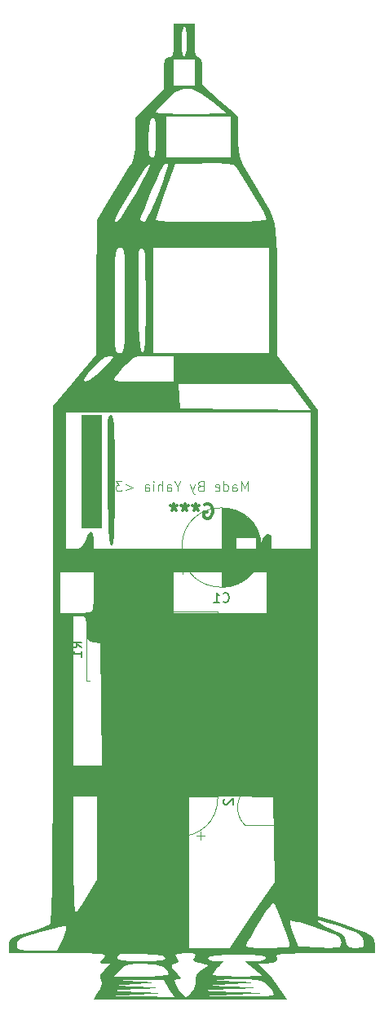
<source format=gbr>
%TF.GenerationSoftware,KiCad,Pcbnew,9.0.2*%
%TF.CreationDate,2025-07-02T03:30:09+03:00*%
%TF.ProjectId,solder submission,736f6c64-6572-4207-9375-626d69737369,rev?*%
%TF.SameCoordinates,Original*%
%TF.FileFunction,Legend,Bot*%
%TF.FilePolarity,Positive*%
%FSLAX46Y46*%
G04 Gerber Fmt 4.6, Leading zero omitted, Abs format (unit mm)*
G04 Created by KiCad (PCBNEW 9.0.2) date 2025-07-02 03:30:09*
%MOMM*%
%LPD*%
G01*
G04 APERTURE LIST*
%ADD10C,0.100000*%
%ADD11C,0.150000*%
%ADD12C,0.300000*%
%ADD13C,0.120000*%
%ADD14C,0.000000*%
G04 APERTURE END LIST*
D10*
X128196115Y-103122419D02*
X128196115Y-102122419D01*
X128196115Y-102122419D02*
X127862782Y-102836704D01*
X127862782Y-102836704D02*
X127529449Y-102122419D01*
X127529449Y-102122419D02*
X127529449Y-103122419D01*
X126624687Y-103122419D02*
X126624687Y-102598609D01*
X126624687Y-102598609D02*
X126672306Y-102503371D01*
X126672306Y-102503371D02*
X126767544Y-102455752D01*
X126767544Y-102455752D02*
X126958020Y-102455752D01*
X126958020Y-102455752D02*
X127053258Y-102503371D01*
X126624687Y-103074800D02*
X126719925Y-103122419D01*
X126719925Y-103122419D02*
X126958020Y-103122419D01*
X126958020Y-103122419D02*
X127053258Y-103074800D01*
X127053258Y-103074800D02*
X127100877Y-102979561D01*
X127100877Y-102979561D02*
X127100877Y-102884323D01*
X127100877Y-102884323D02*
X127053258Y-102789085D01*
X127053258Y-102789085D02*
X126958020Y-102741466D01*
X126958020Y-102741466D02*
X126719925Y-102741466D01*
X126719925Y-102741466D02*
X126624687Y-102693847D01*
X125719925Y-103122419D02*
X125719925Y-102122419D01*
X125719925Y-103074800D02*
X125815163Y-103122419D01*
X125815163Y-103122419D02*
X126005639Y-103122419D01*
X126005639Y-103122419D02*
X126100877Y-103074800D01*
X126100877Y-103074800D02*
X126148496Y-103027180D01*
X126148496Y-103027180D02*
X126196115Y-102931942D01*
X126196115Y-102931942D02*
X126196115Y-102646228D01*
X126196115Y-102646228D02*
X126148496Y-102550990D01*
X126148496Y-102550990D02*
X126100877Y-102503371D01*
X126100877Y-102503371D02*
X126005639Y-102455752D01*
X126005639Y-102455752D02*
X125815163Y-102455752D01*
X125815163Y-102455752D02*
X125719925Y-102503371D01*
X124862782Y-103074800D02*
X124958020Y-103122419D01*
X124958020Y-103122419D02*
X125148496Y-103122419D01*
X125148496Y-103122419D02*
X125243734Y-103074800D01*
X125243734Y-103074800D02*
X125291353Y-102979561D01*
X125291353Y-102979561D02*
X125291353Y-102598609D01*
X125291353Y-102598609D02*
X125243734Y-102503371D01*
X125243734Y-102503371D02*
X125148496Y-102455752D01*
X125148496Y-102455752D02*
X124958020Y-102455752D01*
X124958020Y-102455752D02*
X124862782Y-102503371D01*
X124862782Y-102503371D02*
X124815163Y-102598609D01*
X124815163Y-102598609D02*
X124815163Y-102693847D01*
X124815163Y-102693847D02*
X125291353Y-102789085D01*
X123291353Y-102598609D02*
X123148496Y-102646228D01*
X123148496Y-102646228D02*
X123100877Y-102693847D01*
X123100877Y-102693847D02*
X123053258Y-102789085D01*
X123053258Y-102789085D02*
X123053258Y-102931942D01*
X123053258Y-102931942D02*
X123100877Y-103027180D01*
X123100877Y-103027180D02*
X123148496Y-103074800D01*
X123148496Y-103074800D02*
X123243734Y-103122419D01*
X123243734Y-103122419D02*
X123624686Y-103122419D01*
X123624686Y-103122419D02*
X123624686Y-102122419D01*
X123624686Y-102122419D02*
X123291353Y-102122419D01*
X123291353Y-102122419D02*
X123196115Y-102170038D01*
X123196115Y-102170038D02*
X123148496Y-102217657D01*
X123148496Y-102217657D02*
X123100877Y-102312895D01*
X123100877Y-102312895D02*
X123100877Y-102408133D01*
X123100877Y-102408133D02*
X123148496Y-102503371D01*
X123148496Y-102503371D02*
X123196115Y-102550990D01*
X123196115Y-102550990D02*
X123291353Y-102598609D01*
X123291353Y-102598609D02*
X123624686Y-102598609D01*
X122719924Y-102455752D02*
X122481829Y-103122419D01*
X122243734Y-102455752D02*
X122481829Y-103122419D01*
X122481829Y-103122419D02*
X122577067Y-103360514D01*
X122577067Y-103360514D02*
X122624686Y-103408133D01*
X122624686Y-103408133D02*
X122719924Y-103455752D01*
X120910400Y-102646228D02*
X120910400Y-103122419D01*
X121243733Y-102122419D02*
X120910400Y-102646228D01*
X120910400Y-102646228D02*
X120577067Y-102122419D01*
X119815162Y-103122419D02*
X119815162Y-102598609D01*
X119815162Y-102598609D02*
X119862781Y-102503371D01*
X119862781Y-102503371D02*
X119958019Y-102455752D01*
X119958019Y-102455752D02*
X120148495Y-102455752D01*
X120148495Y-102455752D02*
X120243733Y-102503371D01*
X119815162Y-103074800D02*
X119910400Y-103122419D01*
X119910400Y-103122419D02*
X120148495Y-103122419D01*
X120148495Y-103122419D02*
X120243733Y-103074800D01*
X120243733Y-103074800D02*
X120291352Y-102979561D01*
X120291352Y-102979561D02*
X120291352Y-102884323D01*
X120291352Y-102884323D02*
X120243733Y-102789085D01*
X120243733Y-102789085D02*
X120148495Y-102741466D01*
X120148495Y-102741466D02*
X119910400Y-102741466D01*
X119910400Y-102741466D02*
X119815162Y-102693847D01*
X119338971Y-103122419D02*
X119338971Y-102122419D01*
X118910400Y-103122419D02*
X118910400Y-102598609D01*
X118910400Y-102598609D02*
X118958019Y-102503371D01*
X118958019Y-102503371D02*
X119053257Y-102455752D01*
X119053257Y-102455752D02*
X119196114Y-102455752D01*
X119196114Y-102455752D02*
X119291352Y-102503371D01*
X119291352Y-102503371D02*
X119338971Y-102550990D01*
X118434209Y-103122419D02*
X118434209Y-102455752D01*
X118434209Y-102122419D02*
X118481828Y-102170038D01*
X118481828Y-102170038D02*
X118434209Y-102217657D01*
X118434209Y-102217657D02*
X118386590Y-102170038D01*
X118386590Y-102170038D02*
X118434209Y-102122419D01*
X118434209Y-102122419D02*
X118434209Y-102217657D01*
X117529448Y-103122419D02*
X117529448Y-102598609D01*
X117529448Y-102598609D02*
X117577067Y-102503371D01*
X117577067Y-102503371D02*
X117672305Y-102455752D01*
X117672305Y-102455752D02*
X117862781Y-102455752D01*
X117862781Y-102455752D02*
X117958019Y-102503371D01*
X117529448Y-103074800D02*
X117624686Y-103122419D01*
X117624686Y-103122419D02*
X117862781Y-103122419D01*
X117862781Y-103122419D02*
X117958019Y-103074800D01*
X117958019Y-103074800D02*
X118005638Y-102979561D01*
X118005638Y-102979561D02*
X118005638Y-102884323D01*
X118005638Y-102884323D02*
X117958019Y-102789085D01*
X117958019Y-102789085D02*
X117862781Y-102741466D01*
X117862781Y-102741466D02*
X117624686Y-102741466D01*
X117624686Y-102741466D02*
X117529448Y-102693847D01*
X115529448Y-102455752D02*
X116291352Y-102741466D01*
X116291352Y-102741466D02*
X115529448Y-103027180D01*
X115148495Y-102122419D02*
X114529448Y-102122419D01*
X114529448Y-102122419D02*
X114862781Y-102503371D01*
X114862781Y-102503371D02*
X114719924Y-102503371D01*
X114719924Y-102503371D02*
X114624686Y-102550990D01*
X114624686Y-102550990D02*
X114577067Y-102598609D01*
X114577067Y-102598609D02*
X114529448Y-102693847D01*
X114529448Y-102693847D02*
X114529448Y-102931942D01*
X114529448Y-102931942D02*
X114577067Y-103027180D01*
X114577067Y-103027180D02*
X114624686Y-103074800D01*
X114624686Y-103074800D02*
X114719924Y-103122419D01*
X114719924Y-103122419D02*
X115005638Y-103122419D01*
X115005638Y-103122419D02*
X115100876Y-103074800D01*
X115100876Y-103074800D02*
X115148495Y-103027180D01*
D11*
X129825238Y-132750057D02*
X129920476Y-132702438D01*
X129920476Y-132702438D02*
X130015714Y-132607200D01*
X130015714Y-132607200D02*
X130158571Y-132464342D01*
X130158571Y-132464342D02*
X130253809Y-132416723D01*
X130253809Y-132416723D02*
X130349047Y-132416723D01*
X130301428Y-132654819D02*
X130396666Y-132607200D01*
X130396666Y-132607200D02*
X130491904Y-132511961D01*
X130491904Y-132511961D02*
X130539523Y-132321485D01*
X130539523Y-132321485D02*
X130539523Y-131988152D01*
X130539523Y-131988152D02*
X130491904Y-131797676D01*
X130491904Y-131797676D02*
X130396666Y-131702438D01*
X130396666Y-131702438D02*
X130301428Y-131654819D01*
X130301428Y-131654819D02*
X130110952Y-131654819D01*
X130110952Y-131654819D02*
X130015714Y-131702438D01*
X130015714Y-131702438D02*
X129920476Y-131797676D01*
X129920476Y-131797676D02*
X129872857Y-131988152D01*
X129872857Y-131988152D02*
X129872857Y-132321485D01*
X129872857Y-132321485D02*
X129920476Y-132511961D01*
X129920476Y-132511961D02*
X130015714Y-132607200D01*
X130015714Y-132607200D02*
X130110952Y-132654819D01*
X130110952Y-132654819D02*
X130301428Y-132654819D01*
X128920476Y-132654819D02*
X129491904Y-132654819D01*
X129206190Y-132654819D02*
X129206190Y-131654819D01*
X129206190Y-131654819D02*
X129301428Y-131797676D01*
X129301428Y-131797676D02*
X129396666Y-131892914D01*
X129396666Y-131892914D02*
X129491904Y-131940533D01*
X110954819Y-119393333D02*
X110478628Y-119060000D01*
X110954819Y-118821905D02*
X109954819Y-118821905D01*
X109954819Y-118821905D02*
X109954819Y-119202857D01*
X109954819Y-119202857D02*
X110002438Y-119298095D01*
X110002438Y-119298095D02*
X110050057Y-119345714D01*
X110050057Y-119345714D02*
X110145295Y-119393333D01*
X110145295Y-119393333D02*
X110288152Y-119393333D01*
X110288152Y-119393333D02*
X110383390Y-119345714D01*
X110383390Y-119345714D02*
X110431009Y-119298095D01*
X110431009Y-119298095D02*
X110478628Y-119202857D01*
X110478628Y-119202857D02*
X110478628Y-118821905D01*
X110954819Y-120345714D02*
X110954819Y-119774286D01*
X110954819Y-120060000D02*
X109954819Y-120060000D01*
X109954819Y-120060000D02*
X110097676Y-119964762D01*
X110097676Y-119964762D02*
X110192914Y-119869524D01*
X110192914Y-119869524D02*
X110240533Y-119774286D01*
X121976666Y-124824819D02*
X122309999Y-124348628D01*
X122548094Y-124824819D02*
X122548094Y-123824819D01*
X122548094Y-123824819D02*
X122167142Y-123824819D01*
X122167142Y-123824819D02*
X122071904Y-123872438D01*
X122071904Y-123872438D02*
X122024285Y-123920057D01*
X122024285Y-123920057D02*
X121976666Y-124015295D01*
X121976666Y-124015295D02*
X121976666Y-124158152D01*
X121976666Y-124158152D02*
X122024285Y-124253390D01*
X122024285Y-124253390D02*
X122071904Y-124301009D01*
X122071904Y-124301009D02*
X122167142Y-124348628D01*
X122167142Y-124348628D02*
X122548094Y-124348628D01*
X121119523Y-124158152D02*
X121119523Y-124824819D01*
X121357618Y-123777200D02*
X121595713Y-124491485D01*
X121595713Y-124491485D02*
X120976666Y-124491485D01*
X120976666Y-131824819D02*
X121309999Y-131348628D01*
X121548094Y-131824819D02*
X121548094Y-130824819D01*
X121548094Y-130824819D02*
X121167142Y-130824819D01*
X121167142Y-130824819D02*
X121071904Y-130872438D01*
X121071904Y-130872438D02*
X121024285Y-130920057D01*
X121024285Y-130920057D02*
X120976666Y-131015295D01*
X120976666Y-131015295D02*
X120976666Y-131158152D01*
X120976666Y-131158152D02*
X121024285Y-131253390D01*
X121024285Y-131253390D02*
X121071904Y-131301009D01*
X121071904Y-131301009D02*
X121167142Y-131348628D01*
X121167142Y-131348628D02*
X121548094Y-131348628D01*
X120643332Y-130824819D02*
X120024285Y-130824819D01*
X120024285Y-130824819D02*
X120357618Y-131205771D01*
X120357618Y-131205771D02*
X120214761Y-131205771D01*
X120214761Y-131205771D02*
X120119523Y-131253390D01*
X120119523Y-131253390D02*
X120071904Y-131301009D01*
X120071904Y-131301009D02*
X120024285Y-131396247D01*
X120024285Y-131396247D02*
X120024285Y-131634342D01*
X120024285Y-131634342D02*
X120071904Y-131729580D01*
X120071904Y-131729580D02*
X120119523Y-131777200D01*
X120119523Y-131777200D02*
X120214761Y-131824819D01*
X120214761Y-131824819D02*
X120500475Y-131824819D01*
X120500475Y-131824819D02*
X120595713Y-131777200D01*
X120595713Y-131777200D02*
X120643332Y-131729580D01*
X129825238Y-118750057D02*
X129920476Y-118702438D01*
X129920476Y-118702438D02*
X130015714Y-118607200D01*
X130015714Y-118607200D02*
X130158571Y-118464342D01*
X130158571Y-118464342D02*
X130253809Y-118416723D01*
X130253809Y-118416723D02*
X130349047Y-118416723D01*
X130301428Y-118654819D02*
X130396666Y-118607200D01*
X130396666Y-118607200D02*
X130491904Y-118511961D01*
X130491904Y-118511961D02*
X130539523Y-118321485D01*
X130539523Y-118321485D02*
X130539523Y-117988152D01*
X130539523Y-117988152D02*
X130491904Y-117797676D01*
X130491904Y-117797676D02*
X130396666Y-117702438D01*
X130396666Y-117702438D02*
X130301428Y-117654819D01*
X130301428Y-117654819D02*
X130110952Y-117654819D01*
X130110952Y-117654819D02*
X130015714Y-117702438D01*
X130015714Y-117702438D02*
X129920476Y-117797676D01*
X129920476Y-117797676D02*
X129872857Y-117988152D01*
X129872857Y-117988152D02*
X129872857Y-118321485D01*
X129872857Y-118321485D02*
X129920476Y-118511961D01*
X129920476Y-118511961D02*
X130015714Y-118607200D01*
X130015714Y-118607200D02*
X130110952Y-118654819D01*
X130110952Y-118654819D02*
X130301428Y-118654819D01*
X129491904Y-117750057D02*
X129444285Y-117702438D01*
X129444285Y-117702438D02*
X129349047Y-117654819D01*
X129349047Y-117654819D02*
X129110952Y-117654819D01*
X129110952Y-117654819D02*
X129015714Y-117702438D01*
X129015714Y-117702438D02*
X128968095Y-117750057D01*
X128968095Y-117750057D02*
X128920476Y-117845295D01*
X128920476Y-117845295D02*
X128920476Y-117940533D01*
X128920476Y-117940533D02*
X128968095Y-118083390D01*
X128968095Y-118083390D02*
X129539523Y-118654819D01*
X129539523Y-118654819D02*
X128920476Y-118654819D01*
X126609580Y-134735984D02*
X126657200Y-134688365D01*
X126657200Y-134688365D02*
X126704819Y-134545508D01*
X126704819Y-134545508D02*
X126704819Y-134450270D01*
X126704819Y-134450270D02*
X126657200Y-134307413D01*
X126657200Y-134307413D02*
X126561961Y-134212175D01*
X126561961Y-134212175D02*
X126466723Y-134164556D01*
X126466723Y-134164556D02*
X126276247Y-134116937D01*
X126276247Y-134116937D02*
X126133390Y-134116937D01*
X126133390Y-134116937D02*
X125942914Y-134164556D01*
X125942914Y-134164556D02*
X125847676Y-134212175D01*
X125847676Y-134212175D02*
X125752438Y-134307413D01*
X125752438Y-134307413D02*
X125704819Y-134450270D01*
X125704819Y-134450270D02*
X125704819Y-134545508D01*
X125704819Y-134545508D02*
X125752438Y-134688365D01*
X125752438Y-134688365D02*
X125800057Y-134735984D01*
X125800057Y-135116937D02*
X125752438Y-135164556D01*
X125752438Y-135164556D02*
X125704819Y-135259794D01*
X125704819Y-135259794D02*
X125704819Y-135497889D01*
X125704819Y-135497889D02*
X125752438Y-135593127D01*
X125752438Y-135593127D02*
X125800057Y-135640746D01*
X125800057Y-135640746D02*
X125895295Y-135688365D01*
X125895295Y-135688365D02*
X125990533Y-135688365D01*
X125990533Y-135688365D02*
X126133390Y-135640746D01*
X126133390Y-135640746D02*
X126704819Y-135069318D01*
X126704819Y-135069318D02*
X126704819Y-135688365D01*
X121976666Y-119824819D02*
X122309999Y-119348628D01*
X122548094Y-119824819D02*
X122548094Y-118824819D01*
X122548094Y-118824819D02*
X122167142Y-118824819D01*
X122167142Y-118824819D02*
X122071904Y-118872438D01*
X122071904Y-118872438D02*
X122024285Y-118920057D01*
X122024285Y-118920057D02*
X121976666Y-119015295D01*
X121976666Y-119015295D02*
X121976666Y-119158152D01*
X121976666Y-119158152D02*
X122024285Y-119253390D01*
X122024285Y-119253390D02*
X122071904Y-119301009D01*
X122071904Y-119301009D02*
X122167142Y-119348628D01*
X122167142Y-119348628D02*
X122548094Y-119348628D01*
X121595713Y-118920057D02*
X121548094Y-118872438D01*
X121548094Y-118872438D02*
X121452856Y-118824819D01*
X121452856Y-118824819D02*
X121214761Y-118824819D01*
X121214761Y-118824819D02*
X121119523Y-118872438D01*
X121119523Y-118872438D02*
X121071904Y-118920057D01*
X121071904Y-118920057D02*
X121024285Y-119015295D01*
X121024285Y-119015295D02*
X121024285Y-119110533D01*
X121024285Y-119110533D02*
X121071904Y-119253390D01*
X121071904Y-119253390D02*
X121643332Y-119824819D01*
X121643332Y-119824819D02*
X121024285Y-119824819D01*
D12*
X123749427Y-104532757D02*
X123892285Y-104461328D01*
X123892285Y-104461328D02*
X124106570Y-104461328D01*
X124106570Y-104461328D02*
X124320856Y-104532757D01*
X124320856Y-104532757D02*
X124463713Y-104675614D01*
X124463713Y-104675614D02*
X124535142Y-104818471D01*
X124535142Y-104818471D02*
X124606570Y-105104185D01*
X124606570Y-105104185D02*
X124606570Y-105318471D01*
X124606570Y-105318471D02*
X124535142Y-105604185D01*
X124535142Y-105604185D02*
X124463713Y-105747042D01*
X124463713Y-105747042D02*
X124320856Y-105889900D01*
X124320856Y-105889900D02*
X124106570Y-105961328D01*
X124106570Y-105961328D02*
X123963713Y-105961328D01*
X123963713Y-105961328D02*
X123749427Y-105889900D01*
X123749427Y-105889900D02*
X123677999Y-105818471D01*
X123677999Y-105818471D02*
X123677999Y-105318471D01*
X123677999Y-105318471D02*
X123963713Y-105318471D01*
X122820856Y-104461328D02*
X122820856Y-104818471D01*
X123177999Y-104675614D02*
X122820856Y-104818471D01*
X122820856Y-104818471D02*
X122463713Y-104675614D01*
X123035142Y-105104185D02*
X122820856Y-104818471D01*
X122820856Y-104818471D02*
X122606570Y-105104185D01*
X121677999Y-104461328D02*
X121677999Y-104818471D01*
X122035142Y-104675614D02*
X121677999Y-104818471D01*
X121677999Y-104818471D02*
X121320856Y-104675614D01*
X121892285Y-105104185D02*
X121677999Y-104818471D01*
X121677999Y-104818471D02*
X121463713Y-105104185D01*
X120535142Y-104461328D02*
X120535142Y-104818471D01*
X120892285Y-104675614D02*
X120535142Y-104818471D01*
X120535142Y-104818471D02*
X120177999Y-104675614D01*
X120749428Y-105104185D02*
X120535142Y-104818471D01*
X120535142Y-104818471D02*
X120320856Y-105104185D01*
D11*
X125666666Y-114609580D02*
X125714285Y-114657200D01*
X125714285Y-114657200D02*
X125857142Y-114704819D01*
X125857142Y-114704819D02*
X125952380Y-114704819D01*
X125952380Y-114704819D02*
X126095237Y-114657200D01*
X126095237Y-114657200D02*
X126190475Y-114561961D01*
X126190475Y-114561961D02*
X126238094Y-114466723D01*
X126238094Y-114466723D02*
X126285713Y-114276247D01*
X126285713Y-114276247D02*
X126285713Y-114133390D01*
X126285713Y-114133390D02*
X126238094Y-113942914D01*
X126238094Y-113942914D02*
X126190475Y-113847676D01*
X126190475Y-113847676D02*
X126095237Y-113752438D01*
X126095237Y-113752438D02*
X125952380Y-113704819D01*
X125952380Y-113704819D02*
X125857142Y-113704819D01*
X125857142Y-113704819D02*
X125714285Y-113752438D01*
X125714285Y-113752438D02*
X125666666Y-113800057D01*
X124714285Y-114704819D02*
X125285713Y-114704819D01*
X124999999Y-114704819D02*
X124999999Y-113704819D01*
X124999999Y-113704819D02*
X125095237Y-113847676D01*
X125095237Y-113847676D02*
X125190475Y-113942914D01*
X125190475Y-113942914D02*
X125285713Y-113990533D01*
D13*
%TO.C,Q1*%
X131530000Y-137850000D02*
X127930000Y-137850000D01*
X127921555Y-137827684D02*
G75*
G02*
X128950000Y-133550000I1808445J1827684D01*
G01*
X130550000Y-133550000D02*
G75*
G02*
X131541453Y-137842156I-820000J-2450000D01*
G01*
%TO.C,R1*%
X111500000Y-116290000D02*
X111500000Y-122830000D01*
X111500000Y-122830000D02*
X111830000Y-122830000D01*
X111830000Y-116290000D02*
X111500000Y-116290000D01*
X113910000Y-116290000D02*
X114240000Y-116290000D01*
X114240000Y-116290000D02*
X114240000Y-122830000D01*
X114240000Y-122830000D02*
X113910000Y-122830000D01*
%TO.C,R4*%
X118540000Y-120630000D02*
X125080000Y-120630000D01*
X118540000Y-120960000D02*
X118540000Y-120630000D01*
X118540000Y-123040000D02*
X118540000Y-123370000D01*
X118540000Y-123370000D02*
X125080000Y-123370000D01*
X125080000Y-120630000D02*
X125080000Y-120960000D01*
X125080000Y-123370000D02*
X125080000Y-123040000D01*
%TO.C,R3*%
X117540000Y-127630000D02*
X124080000Y-127630000D01*
X117540000Y-127960000D02*
X117540000Y-127630000D01*
X117540000Y-130040000D02*
X117540000Y-130370000D01*
X117540000Y-130370000D02*
X124080000Y-130370000D01*
X124080000Y-127630000D02*
X124080000Y-127960000D01*
X124080000Y-130370000D02*
X124080000Y-130040000D01*
%TO.C,Q2*%
X131530000Y-123850000D02*
X127930000Y-123850000D01*
X127921555Y-123827684D02*
G75*
G02*
X128950000Y-119550000I1808445J1827684D01*
G01*
X130550000Y-119550000D02*
G75*
G02*
X131541453Y-123842156I-820000J-2450000D01*
G01*
%TO.C,C2*%
X119960000Y-131382651D02*
X118899000Y-131382651D01*
X119960000Y-131422651D02*
X118835000Y-131422651D01*
X119960000Y-131462651D02*
X118773000Y-131462651D01*
X119960000Y-131502651D02*
X118713000Y-131502651D01*
X119960000Y-131542651D02*
X118656000Y-131542651D01*
X119960000Y-131582651D02*
X118600000Y-131582651D01*
X119960000Y-131622651D02*
X118547000Y-131622651D01*
X119960000Y-131662651D02*
X118495000Y-131662651D01*
X119960000Y-131702651D02*
X118445000Y-131702651D01*
X119960000Y-131742651D02*
X118396000Y-131742651D01*
X119960000Y-131782651D02*
X118349000Y-131782651D01*
X119960000Y-131822651D02*
X118304000Y-131822651D01*
X119960000Y-131862651D02*
X118259000Y-131862651D01*
X119960000Y-131902651D02*
X118216000Y-131902651D01*
X119960000Y-131942651D02*
X118174000Y-131942651D01*
X119960000Y-131982651D02*
X118133000Y-131982651D01*
X119960000Y-132022651D02*
X118094000Y-132022651D01*
X119960000Y-132062651D02*
X118055000Y-132062651D01*
X119960000Y-132102651D02*
X118018000Y-132102651D01*
X119960000Y-132142651D02*
X117981000Y-132142651D01*
X119960000Y-132182651D02*
X117945000Y-132182651D01*
X119960000Y-132222651D02*
X117911000Y-132222651D01*
X119960000Y-132262651D02*
X117877000Y-132262651D01*
X119960000Y-132302651D02*
X117844000Y-132302651D01*
X119960000Y-132342651D02*
X117812000Y-132342651D01*
X119960000Y-132382651D02*
X117781000Y-132382651D01*
X119960000Y-132422651D02*
X117750000Y-132422651D01*
X119960000Y-132462651D02*
X117720000Y-132462651D01*
X119960000Y-132502651D02*
X117691000Y-132502651D01*
X119960000Y-132542651D02*
X117663000Y-132542651D01*
X119960000Y-132582651D02*
X117635000Y-132582651D01*
X119960000Y-132622651D02*
X117608000Y-132622651D01*
X119960000Y-132662651D02*
X117582000Y-132662651D01*
X119960000Y-132702651D02*
X117557000Y-132702651D01*
X119960000Y-132742651D02*
X117532000Y-132742651D01*
X119960000Y-132782651D02*
X117507000Y-132782651D01*
X119960000Y-132822651D02*
X117484000Y-132822651D01*
X119960000Y-132862651D02*
X117461000Y-132862651D01*
X119960000Y-132902651D02*
X117438000Y-132902651D01*
X119960000Y-132942651D02*
X117416000Y-132942651D01*
X119960000Y-132982651D02*
X117395000Y-132982651D01*
X119960000Y-133022651D02*
X117374000Y-133022651D01*
X119960000Y-133062651D02*
X117354000Y-133062651D01*
X119960000Y-133102651D02*
X117334000Y-133102651D01*
X119960000Y-133142651D02*
X117315000Y-133142651D01*
X119960000Y-133182651D02*
X117296000Y-133182651D01*
X119960000Y-133222651D02*
X117278000Y-133222651D01*
X119960000Y-133262651D02*
X117260000Y-133262651D01*
X119960000Y-133302651D02*
X117243000Y-133302651D01*
X119960000Y-133342651D02*
X117227000Y-133342651D01*
X119960000Y-133382651D02*
X117211000Y-133382651D01*
X119960000Y-133422651D02*
X117195000Y-133422651D01*
X121533000Y-130822651D02*
X120467000Y-130822651D01*
X121768000Y-130862651D02*
X120232000Y-130862651D01*
X121947000Y-130902651D02*
X120053000Y-130902651D01*
X122097000Y-130942651D02*
X119903000Y-130942651D01*
X122228000Y-130982651D02*
X119772000Y-130982651D01*
X122346000Y-131022651D02*
X119654000Y-131022651D01*
X122453000Y-131062651D02*
X119547000Y-131062651D01*
X122552000Y-131102651D02*
X119448000Y-131102651D01*
X122644000Y-131142651D02*
X119356000Y-131142651D01*
X122731000Y-131182651D02*
X119269000Y-131182651D01*
X122813000Y-131222651D02*
X119187000Y-131222651D01*
X122890000Y-131262651D02*
X119110000Y-131262651D01*
X122964000Y-131302651D02*
X119036000Y-131302651D01*
X123034000Y-131342651D02*
X118966000Y-131342651D01*
X123101000Y-131382651D02*
X122040000Y-131382651D01*
X123165000Y-131422651D02*
X122040000Y-131422651D01*
X123227000Y-131462651D02*
X122040000Y-131462651D01*
X123287000Y-131502651D02*
X122040000Y-131502651D01*
X123315000Y-139312349D02*
X123315000Y-138512349D01*
X123344000Y-131542651D02*
X122040000Y-131542651D01*
X123400000Y-131582651D02*
X122040000Y-131582651D01*
X123453000Y-131622651D02*
X122040000Y-131622651D01*
X123505000Y-131662651D02*
X122040000Y-131662651D01*
X123555000Y-131702651D02*
X122040000Y-131702651D01*
X123604000Y-131742651D02*
X122040000Y-131742651D01*
X123651000Y-131782651D02*
X122040000Y-131782651D01*
X123696000Y-131822651D02*
X122040000Y-131822651D01*
X123715000Y-138912349D02*
X122915000Y-138912349D01*
X123741000Y-131862651D02*
X122040000Y-131862651D01*
X123784000Y-131902651D02*
X122040000Y-131902651D01*
X123826000Y-131942651D02*
X122040000Y-131942651D01*
X123867000Y-131982651D02*
X122040000Y-131982651D01*
X123906000Y-132022651D02*
X122040000Y-132022651D01*
X123945000Y-132062651D02*
X122040000Y-132062651D01*
X123982000Y-132102651D02*
X122040000Y-132102651D01*
X124019000Y-132142651D02*
X122040000Y-132142651D01*
X124055000Y-132182651D02*
X122040000Y-132182651D01*
X124089000Y-132222651D02*
X122040000Y-132222651D01*
X124123000Y-132262651D02*
X122040000Y-132262651D01*
X124156000Y-132302651D02*
X122040000Y-132302651D01*
X124188000Y-132342651D02*
X122040000Y-132342651D01*
X124219000Y-132382651D02*
X122040000Y-132382651D01*
X124250000Y-132422651D02*
X122040000Y-132422651D01*
X124280000Y-132462651D02*
X122040000Y-132462651D01*
X124309000Y-132502651D02*
X122040000Y-132502651D01*
X124337000Y-132542651D02*
X122040000Y-132542651D01*
X124365000Y-132582651D02*
X122040000Y-132582651D01*
X124392000Y-132622651D02*
X122040000Y-132622651D01*
X124418000Y-132662651D02*
X122040000Y-132662651D01*
X124443000Y-132702651D02*
X122040000Y-132702651D01*
X124468000Y-132742651D02*
X122040000Y-132742651D01*
X124493000Y-132782651D02*
X122040000Y-132782651D01*
X124516000Y-132822651D02*
X122040000Y-132822651D01*
X124539000Y-132862651D02*
X122040000Y-132862651D01*
X124562000Y-132902651D02*
X122040000Y-132902651D01*
X124584000Y-132942651D02*
X122040000Y-132942651D01*
X124605000Y-132982651D02*
X122040000Y-132982651D01*
X124626000Y-133022651D02*
X122040000Y-133022651D01*
X124646000Y-133062651D02*
X122040000Y-133062651D01*
X124666000Y-133102651D02*
X122040000Y-133102651D01*
X124685000Y-133142651D02*
X122040000Y-133142651D01*
X124704000Y-133182651D02*
X122040000Y-133182651D01*
X124722000Y-133222651D02*
X122040000Y-133222651D01*
X124740000Y-133262651D02*
X122040000Y-133262651D01*
X124757000Y-133302651D02*
X122040000Y-133302651D01*
X124773000Y-133342651D02*
X122040000Y-133342651D01*
X124789000Y-133382651D02*
X122040000Y-133382651D01*
X124805000Y-133422651D02*
X122040000Y-133422651D01*
X124820000Y-133462651D02*
X117180000Y-133462651D01*
X124835000Y-133502651D02*
X117165000Y-133502651D01*
X124849000Y-133542651D02*
X117151000Y-133542651D01*
X124863000Y-133582651D02*
X117137000Y-133582651D01*
X124876000Y-133622651D02*
X117124000Y-133622651D01*
X124889000Y-133662651D02*
X117111000Y-133662651D01*
X124901000Y-133702651D02*
X117099000Y-133702651D01*
X124913000Y-133742651D02*
X117087000Y-133742651D01*
X124925000Y-133782651D02*
X117075000Y-133782651D01*
X124936000Y-133822651D02*
X117064000Y-133822651D01*
X124947000Y-133862651D02*
X117053000Y-133862651D01*
X124957000Y-133902651D02*
X117043000Y-133902651D01*
X124967000Y-133942651D02*
X117033000Y-133942651D01*
X124976000Y-133982651D02*
X117024000Y-133982651D01*
X124985000Y-134022651D02*
X117015000Y-134022651D01*
X124993000Y-134062651D02*
X117007000Y-134062651D01*
X125002000Y-134102651D02*
X116998000Y-134102651D01*
X125009000Y-134142651D02*
X116991000Y-134142651D01*
X125017000Y-134182651D02*
X116983000Y-134182651D01*
X125023000Y-134222651D02*
X116977000Y-134222651D01*
X125030000Y-134262651D02*
X116970000Y-134262651D01*
X125036000Y-134302651D02*
X116964000Y-134302651D01*
X125042000Y-134342651D02*
X116958000Y-134342651D01*
X125047000Y-134382651D02*
X116953000Y-134382651D01*
X125052000Y-134422651D02*
X116948000Y-134422651D01*
X125056000Y-134462651D02*
X116944000Y-134462651D01*
X125061000Y-134502651D02*
X116939000Y-134502651D01*
X125064000Y-134542651D02*
X116936000Y-134542651D01*
X125068000Y-134582651D02*
X116932000Y-134582651D01*
X125070000Y-134622651D02*
X116930000Y-134622651D01*
X125073000Y-134662651D02*
X116927000Y-134662651D01*
X125075000Y-134702651D02*
X116925000Y-134702651D01*
X125077000Y-134742651D02*
X116923000Y-134742651D01*
X125078000Y-134782651D02*
X116922000Y-134782651D01*
X125079000Y-134822651D02*
X116921000Y-134822651D01*
X125080000Y-134862651D02*
X116920000Y-134862651D01*
X125080000Y-134902651D02*
X116920000Y-134902651D01*
X125120000Y-134902651D02*
G75*
G02*
X116880000Y-134902651I-4120000J0D01*
G01*
X116880000Y-134902651D02*
G75*
G02*
X125120000Y-134902651I4120000J0D01*
G01*
%TO.C,R2*%
X118540000Y-115630000D02*
X125080000Y-115630000D01*
X118540000Y-115960000D02*
X118540000Y-115630000D01*
X118540000Y-118040000D02*
X118540000Y-118370000D01*
X118540000Y-118370000D02*
X125080000Y-118370000D01*
X125080000Y-115630000D02*
X125080000Y-115960000D01*
X125080000Y-118370000D02*
X125080000Y-118040000D01*
D14*
%TO.C,G\u002A\u002A\u002A*%
G36*
X113070106Y-101138789D02*
G01*
X113070106Y-107020894D01*
X112000632Y-107020894D01*
X110931158Y-107020894D01*
X110931158Y-101138789D01*
X110931158Y-95256684D01*
X112000632Y-95256684D01*
X113070106Y-95256684D01*
X113070106Y-101138789D01*
G37*
G36*
X114069512Y-95270727D02*
G01*
X114179807Y-95400650D01*
X114263636Y-95715027D01*
X114324460Y-96272233D01*
X114365741Y-97130644D01*
X114390942Y-98348635D01*
X114403523Y-99984581D01*
X114406948Y-102096859D01*
X114405014Y-103476809D01*
X114392372Y-105346994D01*
X114365858Y-106760795D01*
X114323056Y-107766892D01*
X114261547Y-108413966D01*
X114178913Y-108750697D01*
X114072737Y-108825765D01*
X114048123Y-108812150D01*
X113941982Y-108584479D01*
X113856576Y-108054829D01*
X113789144Y-107176658D01*
X113736927Y-105903423D01*
X113697163Y-104188581D01*
X113667094Y-101985589D01*
X113656156Y-100884020D01*
X113643982Y-99036708D01*
X113647413Y-97635628D01*
X113669382Y-96621722D01*
X113712823Y-95935931D01*
X113780668Y-95519200D01*
X113875851Y-95312470D01*
X114001304Y-95256684D01*
X114069512Y-95270727D01*
G37*
G36*
X122698306Y-56748994D02*
G01*
X122746434Y-57561877D01*
X122871465Y-57976450D01*
X123096422Y-58092473D01*
X123329752Y-58210704D01*
X123460205Y-58658028D01*
X123497474Y-59535464D01*
X123497474Y-59696684D01*
X123497474Y-60978456D01*
X125369053Y-62637736D01*
X126852427Y-63952846D01*
X127240632Y-64297016D01*
X127240632Y-66380894D01*
X127240632Y-66399028D01*
X127242452Y-66950014D01*
X127275159Y-67753859D01*
X127388153Y-68399137D01*
X127619706Y-69009010D01*
X127631261Y-69039443D01*
X128054313Y-69828374D01*
X128707137Y-70919525D01*
X129317928Y-71920623D01*
X129937125Y-72946476D01*
X130408529Y-73794710D01*
X130752153Y-74554352D01*
X130864405Y-74916098D01*
X130988009Y-75314430D01*
X131136107Y-76163969D01*
X131216459Y-77191996D01*
X131249078Y-78487539D01*
X131253974Y-80139623D01*
X131251158Y-82237276D01*
X131251158Y-83358789D01*
X131251159Y-89024435D01*
X132319968Y-90444052D01*
X133390106Y-91865434D01*
X135529053Y-94706433D01*
X135529053Y-94731165D01*
X135529053Y-102074578D01*
X135529053Y-113705105D01*
X135529053Y-121020994D01*
X135529053Y-131618789D01*
X135529053Y-143753567D01*
X135529053Y-147335556D01*
X136197808Y-147503403D01*
X136357137Y-147547586D01*
X137056751Y-147769717D01*
X138037255Y-148102939D01*
X139138861Y-148493463D01*
X139319678Y-148558933D01*
X140330657Y-148935903D01*
X140948527Y-149217324D01*
X141270056Y-149476985D01*
X141392011Y-149788674D01*
X141411158Y-150226180D01*
X141411158Y-150367185D01*
X141411158Y-151136684D01*
X136164736Y-151136684D01*
X135339416Y-151137475D01*
X133730830Y-151147221D01*
X132571536Y-151171671D01*
X131801431Y-151215325D01*
X131360415Y-151282684D01*
X131188387Y-151378246D01*
X131225245Y-151506512D01*
X131250457Y-151538402D01*
X131260619Y-151604578D01*
X131305182Y-151894776D01*
X130865732Y-152125397D01*
X129959291Y-152215052D01*
X129245895Y-152223947D01*
X129856818Y-152733370D01*
X130191712Y-153064188D01*
X130788696Y-153771583D01*
X131398620Y-154596054D01*
X131988522Y-155453620D01*
X132329500Y-155949315D01*
X122272341Y-155949315D01*
X112215182Y-155949315D01*
X112435300Y-155576243D01*
X113738527Y-155576243D01*
X117173730Y-155629095D01*
X120608934Y-155681947D01*
X120059653Y-154812999D01*
X119510371Y-153944052D01*
X117159186Y-153924648D01*
X114808001Y-153905244D01*
X116813264Y-154047845D01*
X118818527Y-154190445D01*
X116545895Y-154351648D01*
X114273264Y-154512850D01*
X116813264Y-154614442D01*
X119353264Y-154716034D01*
X116679580Y-154879841D01*
X114005895Y-155043649D01*
X116813264Y-155148281D01*
X119620632Y-155252913D01*
X116679580Y-155414578D01*
X113738527Y-155576243D01*
X112435300Y-155576243D01*
X112750814Y-155041485D01*
X112870765Y-154829481D01*
X113107314Y-154211396D01*
X112994659Y-153841869D01*
X112949294Y-153789202D01*
X112935732Y-153542999D01*
X114313736Y-153542999D01*
X117167710Y-153542999D01*
X118108655Y-153530307D01*
X119098425Y-153483086D01*
X119772614Y-153409116D01*
X120021685Y-153317070D01*
X119961563Y-153048010D01*
X119482024Y-152597569D01*
X118575989Y-152308324D01*
X118438361Y-152297246D01*
X120342372Y-152297246D01*
X120395695Y-152609656D01*
X120870396Y-153191557D01*
X120981647Y-153317070D01*
X121156306Y-153514121D01*
X121258539Y-153753868D01*
X121004080Y-153810368D01*
X120840745Y-153815921D01*
X120599738Y-153921848D01*
X120657491Y-154248071D01*
X121015121Y-154905431D01*
X121049723Y-154962578D01*
X121449726Y-155472514D01*
X121786476Y-155681947D01*
X122134724Y-155510672D01*
X122504773Y-155040548D01*
X123363790Y-155040548D01*
X126839580Y-155148466D01*
X130315369Y-155256383D01*
X126839580Y-155414578D01*
X123363790Y-155572773D01*
X127173790Y-155627360D01*
X127718413Y-155632820D01*
X129004860Y-155625311D01*
X130041085Y-155590061D01*
X130732319Y-155531390D01*
X130983790Y-155453620D01*
X130978771Y-155419983D01*
X130763307Y-155045294D01*
X130328136Y-154517831D01*
X130260426Y-154445333D01*
X129938971Y-154145760D01*
X129582299Y-153962839D01*
X129065600Y-153871706D01*
X128264061Y-153847497D01*
X127052872Y-153865348D01*
X124433264Y-153920328D01*
X126839580Y-154056511D01*
X129245895Y-154192694D01*
X126572211Y-154350803D01*
X123898527Y-154508912D01*
X126705895Y-154614023D01*
X129513264Y-154719135D01*
X126438527Y-154879841D01*
X123363790Y-155040548D01*
X122504773Y-155040548D01*
X122532882Y-155004837D01*
X122807449Y-154374115D01*
X122836366Y-153833409D01*
X122889577Y-153356984D01*
X123423671Y-152859929D01*
X124165646Y-152373769D01*
X123275101Y-152143005D01*
X122827548Y-152007083D01*
X122573942Y-151808717D01*
X122669057Y-151604578D01*
X124099053Y-151604578D01*
X124229340Y-151852592D01*
X124858642Y-151938789D01*
X125729634Y-151938789D01*
X125320991Y-152373769D01*
X125148291Y-152557600D01*
X125132037Y-152574973D01*
X124732379Y-153055866D01*
X124566948Y-153359705D01*
X124667746Y-153409818D01*
X125193270Y-153476831D01*
X126066821Y-153521408D01*
X127173790Y-153535807D01*
X129780632Y-153528614D01*
X128844843Y-152740894D01*
X127909053Y-151953174D01*
X129067650Y-151945981D01*
X129403379Y-151936642D01*
X129993070Y-151833024D01*
X130114843Y-151604578D01*
X129978135Y-151480993D01*
X129464514Y-151359991D01*
X128525399Y-151291776D01*
X127106948Y-151270368D01*
X126032200Y-151281388D01*
X124965312Y-151335998D01*
X124338876Y-151441734D01*
X124099053Y-151604578D01*
X122669057Y-151604578D01*
X122706385Y-151524463D01*
X122765297Y-151448236D01*
X122804559Y-151250731D01*
X122492874Y-151159090D01*
X121738844Y-151136684D01*
X120993922Y-151163574D01*
X120688346Y-151262426D01*
X120770316Y-151457526D01*
X120894382Y-151604578D01*
X120970866Y-151695232D01*
X121054173Y-152066130D01*
X120690106Y-152206157D01*
X120342372Y-152297246D01*
X118438361Y-152297246D01*
X117306712Y-152206157D01*
X116595332Y-152217318D01*
X115858100Y-152298756D01*
X115364794Y-152501476D01*
X114941685Y-152874578D01*
X114313736Y-153542999D01*
X112935732Y-153542999D01*
X112929218Y-153424734D01*
X113334148Y-152878119D01*
X113965423Y-152206157D01*
X113342642Y-152206157D01*
X112970040Y-152191531D01*
X112886323Y-152058553D01*
X113203790Y-151671420D01*
X113300443Y-151562076D01*
X113321880Y-151527703D01*
X114674316Y-151527703D01*
X114683874Y-151606614D01*
X114839295Y-151773851D01*
X115255858Y-151875221D01*
X116024610Y-151925331D01*
X117236597Y-151938789D01*
X118337753Y-151925522D01*
X119175544Y-151871603D01*
X119603488Y-151767645D01*
X119688128Y-151604578D01*
X119679998Y-151585625D01*
X119326995Y-151399444D01*
X118482414Y-151269825D01*
X117125847Y-151193492D01*
X116678240Y-151180724D01*
X115660108Y-151172415D01*
X115049595Y-151218907D01*
X114752423Y-151333052D01*
X114674316Y-151527703D01*
X113321880Y-151527703D01*
X113398374Y-151405047D01*
X113344632Y-151292373D01*
X113075372Y-151216694D01*
X112526751Y-151170647D01*
X111634925Y-151146871D01*
X110336050Y-151138003D01*
X108566281Y-151136684D01*
X103444843Y-151136684D01*
X103444843Y-150345900D01*
X103447290Y-150252106D01*
X104246948Y-150252106D01*
X104256478Y-150465032D01*
X104359190Y-150690824D01*
X104665982Y-150811728D01*
X105287056Y-150860354D01*
X106332618Y-150869315D01*
X108418288Y-150869315D01*
X108997734Y-149676641D01*
X109188193Y-149246718D01*
X109378441Y-148643422D01*
X109358499Y-148348815D01*
X109225359Y-148337689D01*
X108657404Y-148426122D01*
X107772053Y-148630583D01*
X106693384Y-148924280D01*
X105855700Y-149173351D01*
X105009993Y-149459254D01*
X104523022Y-149700122D01*
X104300202Y-149947294D01*
X104246948Y-150252106D01*
X103447290Y-150252106D01*
X103450761Y-150119051D01*
X103538590Y-149779384D01*
X103817859Y-149527269D01*
X104396704Y-149286572D01*
X105383264Y-148981158D01*
X105510534Y-148943106D01*
X106480445Y-148628818D01*
X107247715Y-148340030D01*
X107655895Y-148134993D01*
X107663654Y-148126998D01*
X107719680Y-147950655D01*
X107769372Y-147552619D01*
X107813052Y-146906804D01*
X107851043Y-145987122D01*
X107883667Y-144767488D01*
X107911245Y-143221814D01*
X107934101Y-141324014D01*
X107952556Y-139048002D01*
X107966934Y-136367692D01*
X107972194Y-134827210D01*
X110129053Y-134827210D01*
X110129053Y-140842999D01*
X110131529Y-141746877D01*
X110149632Y-143385939D01*
X110182994Y-144792121D01*
X110228876Y-145889963D01*
X110284543Y-146604006D01*
X110347258Y-146858789D01*
X110360957Y-146856209D01*
X110616677Y-146600187D01*
X111041279Y-146007150D01*
X111550416Y-145193819D01*
X112535369Y-143528850D01*
X112535369Y-142707955D01*
X122160632Y-142707955D01*
X122160632Y-148643422D01*
X122160632Y-150601947D01*
X124247358Y-150601947D01*
X126334083Y-150601947D01*
X126470633Y-150401420D01*
X128043584Y-150401420D01*
X128082461Y-150438413D01*
X128503298Y-150522046D01*
X129288495Y-150580167D01*
X130315369Y-150601947D01*
X130734441Y-150598779D01*
X131682365Y-150564568D01*
X132341134Y-150500766D01*
X132588001Y-150417341D01*
X132519173Y-150012993D01*
X132306947Y-149281643D01*
X132001154Y-148387594D01*
X131822679Y-147915018D01*
X132636717Y-147915018D01*
X132748706Y-148451770D01*
X133016020Y-149201741D01*
X133519047Y-150417341D01*
X133540119Y-150468262D01*
X135737744Y-150545918D01*
X136707582Y-150575578D01*
X137405979Y-150565488D01*
X137771747Y-150482384D01*
X137912379Y-150298973D01*
X137935369Y-149987965D01*
X137902620Y-149731680D01*
X137722499Y-149464837D01*
X137303158Y-149201988D01*
X136553990Y-148889326D01*
X135384390Y-148473043D01*
X134634990Y-148224693D01*
X133667113Y-147937894D01*
X133396893Y-147874439D01*
X135529053Y-147874439D01*
X135656547Y-148026352D01*
X136166389Y-148324622D01*
X136932737Y-148655588D01*
X137134545Y-148733447D01*
X137890014Y-149085338D01*
X138276738Y-149437324D01*
X138421023Y-149894553D01*
X138441709Y-149987965D01*
X138509771Y-150295309D01*
X138797695Y-150545386D01*
X139441414Y-150601947D01*
X140051926Y-150564069D01*
X140295732Y-150367185D01*
X140292602Y-149889767D01*
X140201777Y-149526163D01*
X139934261Y-149213214D01*
X139380696Y-148924190D01*
X138425802Y-148578096D01*
X137513006Y-148271835D01*
X136568562Y-147961888D01*
X135984278Y-147788147D01*
X135673820Y-147729639D01*
X135550856Y-147765393D01*
X135529053Y-147874439D01*
X133396893Y-147874439D01*
X132971294Y-147774497D01*
X132662666Y-147764474D01*
X132636717Y-147915018D01*
X131822679Y-147915018D01*
X131652847Y-147465326D01*
X131313073Y-146649322D01*
X131032884Y-146074063D01*
X130863330Y-145874030D01*
X130840719Y-145886471D01*
X130568328Y-146201263D01*
X130123216Y-146835366D01*
X129583574Y-147663235D01*
X129027598Y-148559322D01*
X128533478Y-149398079D01*
X128179410Y-150053961D01*
X128043584Y-150401420D01*
X126470633Y-150401420D01*
X128665807Y-147177757D01*
X130997531Y-143753567D01*
X130923818Y-139357231D01*
X130850106Y-134960894D01*
X126505369Y-134887429D01*
X122160632Y-134813964D01*
X122160632Y-139178030D01*
X122160632Y-142707955D01*
X112535369Y-142707955D01*
X112535369Y-139178030D01*
X112535369Y-134827210D01*
X111332211Y-134827210D01*
X110129053Y-134827210D01*
X107972194Y-134827210D01*
X107977555Y-133256996D01*
X107984742Y-129689829D01*
X107988819Y-125640103D01*
X107990106Y-121081733D01*
X107990106Y-116111420D01*
X110129053Y-116111420D01*
X110129053Y-123865105D01*
X110129053Y-131618789D01*
X111604419Y-131618789D01*
X113079784Y-131618789D01*
X113008103Y-125268789D01*
X112936422Y-118918789D01*
X112201158Y-118834187D01*
X111905509Y-118788456D01*
X111609689Y-118623931D01*
X111488946Y-118220525D01*
X111465895Y-117430503D01*
X111460123Y-116921252D01*
X111393796Y-116379626D01*
X111196152Y-116155542D01*
X110797474Y-116111420D01*
X110129053Y-116111420D01*
X107990106Y-116111420D01*
X107990106Y-111566157D01*
X108792211Y-111566157D01*
X108792211Y-113705105D01*
X108792211Y-115844052D01*
X110351860Y-115844052D01*
X111037099Y-115826771D01*
X111744927Y-115762051D01*
X112089755Y-115665806D01*
X112100520Y-115651479D01*
X112185307Y-115262649D01*
X112245263Y-114504897D01*
X112263857Y-113705105D01*
X120556422Y-113705105D01*
X120556422Y-115844052D01*
X125369053Y-115844052D01*
X130181685Y-115844052D01*
X130181685Y-113705105D01*
X130181685Y-111566157D01*
X125369053Y-111566157D01*
X120556422Y-111566157D01*
X120556422Y-113526859D01*
X120556422Y-113705105D01*
X112263857Y-113705105D01*
X112268001Y-113526859D01*
X112268001Y-111566157D01*
X110530106Y-111566157D01*
X108792211Y-111566157D01*
X107990106Y-111566157D01*
X107990106Y-94989315D01*
X109326948Y-94989315D01*
X109326948Y-102074578D01*
X109326948Y-109159841D01*
X110207447Y-109159841D01*
X110658748Y-109132479D01*
X111083302Y-108904929D01*
X111343762Y-108308462D01*
X111624276Y-107637808D01*
X111932617Y-107351281D01*
X112171834Y-107536424D01*
X112268001Y-108201771D01*
X112268001Y-109159841D01*
X120939715Y-109159841D01*
X129611429Y-109159841D01*
X129696031Y-108426864D01*
X129849770Y-107928127D01*
X130248527Y-107605155D01*
X130389280Y-107590575D01*
X130646763Y-107760237D01*
X130716422Y-108338132D01*
X130716422Y-109159841D01*
X132721685Y-109159841D01*
X134726948Y-109159841D01*
X134726948Y-102074578D01*
X134726948Y-94989315D01*
X122026948Y-94989315D01*
X109326948Y-94989315D01*
X107990106Y-94989315D01*
X107990106Y-94300680D01*
X109904199Y-92048262D01*
X121061860Y-92048262D01*
X121143351Y-93318262D01*
X121224843Y-94588262D01*
X127984521Y-94659714D01*
X134744199Y-94731165D01*
X133742713Y-93389714D01*
X132741227Y-92048262D01*
X126901543Y-92048262D01*
X121061860Y-92048262D01*
X109904199Y-92048262D01*
X110195581Y-91705377D01*
X111188502Y-91705377D01*
X111393189Y-91780894D01*
X111397462Y-91780845D01*
X111804940Y-91604164D01*
X114326810Y-91604164D01*
X114543367Y-91700334D01*
X115061912Y-91753468D01*
X115960020Y-91776132D01*
X117315263Y-91780894D01*
X120556422Y-91780894D01*
X120556422Y-90444052D01*
X120556422Y-89107210D01*
X118469923Y-89107210D01*
X117751506Y-89110855D01*
X116943944Y-89152487D01*
X116506638Y-89257745D01*
X116417193Y-89279274D01*
X116015164Y-89538176D01*
X115581766Y-89976157D01*
X115403278Y-90171578D01*
X114830443Y-90822033D01*
X114427105Y-91312999D01*
X114334666Y-91452389D01*
X114326810Y-91604164D01*
X111804940Y-91604164D01*
X111828250Y-91594057D01*
X112476574Y-91114338D01*
X113203790Y-90444052D01*
X113501540Y-90140576D01*
X114038986Y-89567196D01*
X114248534Y-89257745D01*
X114168493Y-89131368D01*
X113837171Y-89107210D01*
X113437893Y-89190077D01*
X112812265Y-89610860D01*
X112026570Y-90444052D01*
X111664235Y-90882860D01*
X111267355Y-91430297D01*
X111188502Y-91705377D01*
X110195581Y-91705377D01*
X110253600Y-91637103D01*
X112517095Y-88973526D01*
X112524460Y-83358789D01*
X114406948Y-83358789D01*
X114407475Y-84493073D01*
X114413611Y-86054691D01*
X114432072Y-87189315D01*
X114469499Y-87965013D01*
X114532534Y-88449849D01*
X114627816Y-88711888D01*
X114761986Y-88819197D01*
X114941685Y-88839841D01*
X118417474Y-88839841D01*
X124433264Y-88839841D01*
X130449053Y-88839841D01*
X130449053Y-83358789D01*
X130449053Y-77877736D01*
X124433264Y-77877736D01*
X118417474Y-77877736D01*
X118417474Y-83358789D01*
X118417474Y-83381069D01*
X118417474Y-88839841D01*
X114941685Y-88839841D01*
X115052347Y-88834435D01*
X115204700Y-88771548D01*
X115315395Y-88582322D01*
X115391073Y-88198689D01*
X115438374Y-87552585D01*
X115463938Y-86575944D01*
X115474408Y-85200701D01*
X115476422Y-83358789D01*
X115475894Y-82224505D01*
X115469759Y-80662887D01*
X115459683Y-80043595D01*
X116852363Y-80043595D01*
X116854219Y-81422313D01*
X116874570Y-83269861D01*
X116875923Y-83358789D01*
X116888345Y-84175285D01*
X116929214Y-85925078D01*
X116985294Y-87210556D01*
X117060221Y-88080927D01*
X117157630Y-88585403D01*
X117281158Y-88773195D01*
X117386539Y-88718728D01*
X117477698Y-88401621D01*
X117542868Y-87762425D01*
X117585342Y-86748017D01*
X117608411Y-85305273D01*
X117615369Y-83381069D01*
X117613314Y-82033310D01*
X117600793Y-80493735D01*
X117572691Y-79379292D01*
X117524222Y-78625227D01*
X117450604Y-78166784D01*
X117347052Y-77939205D01*
X117208780Y-77877736D01*
X117111339Y-77902771D01*
X116998489Y-78063295D01*
X116920425Y-78429798D01*
X116873074Y-79067994D01*
X116852363Y-80043595D01*
X115459683Y-80043595D01*
X115451298Y-79528262D01*
X115413870Y-78752565D01*
X115350836Y-78267729D01*
X115255554Y-78005689D01*
X115121384Y-77898380D01*
X114941685Y-77877736D01*
X114831023Y-77883143D01*
X114678670Y-77946029D01*
X114567975Y-78135256D01*
X114492297Y-78518888D01*
X114444996Y-79164992D01*
X114419431Y-80141633D01*
X114408962Y-81516877D01*
X114406948Y-83358789D01*
X112524460Y-83358789D01*
X112526232Y-82008217D01*
X112535339Y-75065730D01*
X114406948Y-75065730D01*
X114430925Y-75210745D01*
X114642441Y-75172323D01*
X114824575Y-74955871D01*
X117080632Y-74955871D01*
X117111927Y-75056766D01*
X117440850Y-75204052D01*
X117489511Y-75182662D01*
X117618933Y-75003526D01*
X118699615Y-75003526D01*
X118737579Y-75027075D01*
X119174866Y-75083612D01*
X120040009Y-75132269D01*
X121256077Y-75170355D01*
X122746139Y-75195179D01*
X124433264Y-75204052D01*
X126330507Y-75195320D01*
X128037838Y-75163033D01*
X129238838Y-75106234D01*
X129948467Y-75024172D01*
X130181685Y-74916098D01*
X130109397Y-74698480D01*
X129807923Y-74093574D01*
X129335586Y-73240588D01*
X128761824Y-72255775D01*
X128156071Y-71255387D01*
X127587762Y-70355679D01*
X127126335Y-69672902D01*
X126841223Y-69323311D01*
X126722021Y-69264174D01*
X126085438Y-69155341D01*
X125020861Y-69103031D01*
X123602588Y-69112089D01*
X123328705Y-69119302D01*
X120710244Y-69188262D01*
X119712316Y-71995631D01*
X119366065Y-72979572D01*
X119024869Y-73972943D01*
X118790302Y-74684475D01*
X118699615Y-75003526D01*
X117618933Y-75003526D01*
X117749346Y-74823018D01*
X118118013Y-74111130D01*
X118547167Y-73166224D01*
X118988462Y-72107523D01*
X119393554Y-71054255D01*
X119714098Y-70125645D01*
X119901749Y-69440919D01*
X119908163Y-69119302D01*
X119832742Y-69076999D01*
X119526085Y-69206087D01*
X119414177Y-69389575D01*
X119119857Y-69990258D01*
X118722305Y-70867896D01*
X118275651Y-71895217D01*
X117834026Y-72944947D01*
X117451561Y-73889815D01*
X117182386Y-74602547D01*
X117080632Y-74955871D01*
X114824575Y-74955871D01*
X115074267Y-74659132D01*
X115728760Y-73668101D01*
X116608277Y-72196157D01*
X117175719Y-71198242D01*
X117763472Y-70100251D01*
X118108059Y-69362508D01*
X118200543Y-69009010D01*
X118031986Y-69063754D01*
X117593453Y-69550736D01*
X117439860Y-69762344D01*
X117034407Y-70391492D01*
X116508793Y-71255384D01*
X115929550Y-72238869D01*
X115363211Y-73226797D01*
X114876309Y-74104017D01*
X114535377Y-74755378D01*
X114406948Y-75065730D01*
X112535339Y-75065730D01*
X112535369Y-75042909D01*
X113993566Y-72575227D01*
X114434827Y-71835130D01*
X115082324Y-70771411D01*
X115632215Y-69893372D01*
X115998829Y-69339262D01*
X116185013Y-69042687D01*
X116405331Y-68455023D01*
X116515711Y-67647620D01*
X116520765Y-67449454D01*
X117914862Y-67449454D01*
X117949337Y-68111683D01*
X118063058Y-68434694D01*
X118272543Y-68519841D01*
X118470939Y-68440425D01*
X118602121Y-68118636D01*
X118667249Y-67457059D01*
X118684486Y-66380894D01*
X119754316Y-66380894D01*
X119754316Y-68519841D01*
X123096422Y-68519841D01*
X126438527Y-68519841D01*
X126438527Y-66380894D01*
X126438527Y-64241947D01*
X123096422Y-64241947D01*
X119754316Y-64241947D01*
X119754316Y-66358613D01*
X119754316Y-66380894D01*
X118684486Y-66380894D01*
X118684843Y-66358613D01*
X118679454Y-65736933D01*
X118631818Y-64850980D01*
X118525876Y-64397145D01*
X118350632Y-64307965D01*
X118188144Y-64517554D01*
X118029314Y-65246023D01*
X117938333Y-66469194D01*
X117914862Y-67449454D01*
X116520765Y-67449454D01*
X116545895Y-66464171D01*
X116545895Y-64357364D01*
X117126297Y-63784172D01*
X118684843Y-63784172D01*
X118709837Y-63806286D01*
X119106627Y-63871210D01*
X119911789Y-63922232D01*
X121028806Y-63954637D01*
X122361158Y-63963712D01*
X126037474Y-63952846D01*
X125101685Y-63133174D01*
X124630749Y-62731072D01*
X123426997Y-61844448D01*
X122422284Y-61383031D01*
X121537371Y-61336553D01*
X120693017Y-61694743D01*
X119809985Y-62447330D01*
X119307880Y-62979076D01*
X118858138Y-63506383D01*
X118684843Y-63784172D01*
X117126297Y-63784172D01*
X118016422Y-62905105D01*
X119486948Y-61452845D01*
X119486948Y-59772659D01*
X119499314Y-58955769D01*
X119567009Y-58396225D01*
X119590708Y-58359841D01*
X120556422Y-58359841D01*
X120556422Y-59696684D01*
X120556422Y-61033526D01*
X121625895Y-61033526D01*
X122695369Y-61033526D01*
X122695369Y-59696684D01*
X122695369Y-58359841D01*
X121625895Y-58359841D01*
X120556422Y-58359841D01*
X119590708Y-58359841D01*
X119728412Y-58148427D01*
X120021685Y-58092473D01*
X120297357Y-58045826D01*
X120465519Y-57819462D01*
X120539756Y-57295099D01*
X120554053Y-56488262D01*
X121358527Y-56488262D01*
X121386927Y-57212739D01*
X121483480Y-57848938D01*
X121625895Y-58092473D01*
X121746641Y-57922074D01*
X121852675Y-57342757D01*
X121893264Y-56488262D01*
X121864864Y-55763786D01*
X121768311Y-55127587D01*
X121625895Y-54884052D01*
X121505149Y-55054451D01*
X121399116Y-55633768D01*
X121358527Y-56488262D01*
X120554053Y-56488262D01*
X120556422Y-56354578D01*
X120556422Y-54616684D01*
X121625895Y-54616684D01*
X122695369Y-54616684D01*
X122695369Y-56354578D01*
X122696364Y-56488262D01*
X122698306Y-56748994D01*
G37*
D13*
%TO.C,C1*%
X121090302Y-111315000D02*
X121890302Y-111315000D01*
X121490302Y-111715000D02*
X121490302Y-110915000D01*
X125500000Y-113080000D02*
X125500000Y-104920000D01*
X125540000Y-113080000D02*
X125540000Y-104920000D01*
X125580000Y-113079000D02*
X125580000Y-104921000D01*
X125620000Y-113078000D02*
X125620000Y-104922000D01*
X125660000Y-113077000D02*
X125660000Y-104923000D01*
X125700000Y-113075000D02*
X125700000Y-104925000D01*
X125740000Y-113073000D02*
X125740000Y-104927000D01*
X125780000Y-113070000D02*
X125780000Y-104930000D01*
X125820000Y-113068000D02*
X125820000Y-104932000D01*
X125860000Y-113064000D02*
X125860000Y-104936000D01*
X125900000Y-113061000D02*
X125900000Y-104939000D01*
X125940000Y-113056000D02*
X125940000Y-104944000D01*
X125980000Y-113052000D02*
X125980000Y-104948000D01*
X126020000Y-113047000D02*
X126020000Y-104953000D01*
X126060000Y-113042000D02*
X126060000Y-104958000D01*
X126100000Y-113036000D02*
X126100000Y-104964000D01*
X126140000Y-113030000D02*
X126140000Y-104970000D01*
X126180000Y-113023000D02*
X126180000Y-104977000D01*
X126220000Y-113017000D02*
X126220000Y-104983000D01*
X126260000Y-113009000D02*
X126260000Y-104991000D01*
X126300000Y-113002000D02*
X126300000Y-104998000D01*
X126340000Y-112993000D02*
X126340000Y-105007000D01*
X126380000Y-112985000D02*
X126380000Y-105015000D01*
X126420000Y-112976000D02*
X126420000Y-105024000D01*
X126460000Y-112967000D02*
X126460000Y-105033000D01*
X126500000Y-112957000D02*
X126500000Y-105043000D01*
X126540000Y-112947000D02*
X126540000Y-105053000D01*
X126580000Y-112936000D02*
X126580000Y-105064000D01*
X126620000Y-112925000D02*
X126620000Y-105075000D01*
X126660000Y-112913000D02*
X126660000Y-105087000D01*
X126700000Y-112901000D02*
X126700000Y-105099000D01*
X126740000Y-112889000D02*
X126740000Y-105111000D01*
X126780000Y-112876000D02*
X126780000Y-105124000D01*
X126820000Y-112863000D02*
X126820000Y-105137000D01*
X126860000Y-112849000D02*
X126860000Y-105151000D01*
X126900000Y-112835000D02*
X126900000Y-105165000D01*
X126940000Y-112820000D02*
X126940000Y-105180000D01*
X126980000Y-107960000D02*
X126980000Y-105195000D01*
X126980000Y-112805000D02*
X126980000Y-110040000D01*
X127020000Y-107960000D02*
X127020000Y-105211000D01*
X127020000Y-112789000D02*
X127020000Y-110040000D01*
X127060000Y-107960000D02*
X127060000Y-105227000D01*
X127060000Y-112773000D02*
X127060000Y-110040000D01*
X127100000Y-107960000D02*
X127100000Y-105243000D01*
X127100000Y-112757000D02*
X127100000Y-110040000D01*
X127140000Y-107960000D02*
X127140000Y-105260000D01*
X127140000Y-112740000D02*
X127140000Y-110040000D01*
X127180000Y-107960000D02*
X127180000Y-105278000D01*
X127180000Y-112722000D02*
X127180000Y-110040000D01*
X127220000Y-107960000D02*
X127220000Y-105296000D01*
X127220000Y-112704000D02*
X127220000Y-110040000D01*
X127260000Y-107960000D02*
X127260000Y-105315000D01*
X127260000Y-112685000D02*
X127260000Y-110040000D01*
X127300000Y-107960000D02*
X127300000Y-105334000D01*
X127300000Y-112666000D02*
X127300000Y-110040000D01*
X127340000Y-107960000D02*
X127340000Y-105354000D01*
X127340000Y-112646000D02*
X127340000Y-110040000D01*
X127380000Y-107960000D02*
X127380000Y-105374000D01*
X127380000Y-112626000D02*
X127380000Y-110040000D01*
X127420000Y-107960000D02*
X127420000Y-105395000D01*
X127420000Y-112605000D02*
X127420000Y-110040000D01*
X127460000Y-107960000D02*
X127460000Y-105416000D01*
X127460000Y-112584000D02*
X127460000Y-110040000D01*
X127500000Y-107960000D02*
X127500000Y-105438000D01*
X127500000Y-112562000D02*
X127500000Y-110040000D01*
X127540000Y-107960000D02*
X127540000Y-105461000D01*
X127540000Y-112539000D02*
X127540000Y-110040000D01*
X127580000Y-107960000D02*
X127580000Y-105484000D01*
X127580000Y-112516000D02*
X127580000Y-110040000D01*
X127620000Y-107960000D02*
X127620000Y-105507000D01*
X127620000Y-112493000D02*
X127620000Y-110040000D01*
X127660000Y-107960000D02*
X127660000Y-105532000D01*
X127660000Y-112468000D02*
X127660000Y-110040000D01*
X127700000Y-107960000D02*
X127700000Y-105557000D01*
X127700000Y-112443000D02*
X127700000Y-110040000D01*
X127740000Y-107960000D02*
X127740000Y-105582000D01*
X127740000Y-112418000D02*
X127740000Y-110040000D01*
X127780000Y-107960000D02*
X127780000Y-105608000D01*
X127780000Y-112392000D02*
X127780000Y-110040000D01*
X127820000Y-107960000D02*
X127820000Y-105635000D01*
X127820000Y-112365000D02*
X127820000Y-110040000D01*
X127860000Y-107960000D02*
X127860000Y-105663000D01*
X127860000Y-112337000D02*
X127860000Y-110040000D01*
X127900000Y-107960000D02*
X127900000Y-105691000D01*
X127900000Y-112309000D02*
X127900000Y-110040000D01*
X127940000Y-107960000D02*
X127940000Y-105720000D01*
X127940000Y-112280000D02*
X127940000Y-110040000D01*
X127980000Y-107960000D02*
X127980000Y-105750000D01*
X127980000Y-112250000D02*
X127980000Y-110040000D01*
X128020000Y-107960000D02*
X128020000Y-105781000D01*
X128020000Y-112219000D02*
X128020000Y-110040000D01*
X128060000Y-107960000D02*
X128060000Y-105812000D01*
X128060000Y-112188000D02*
X128060000Y-110040000D01*
X128100000Y-107960000D02*
X128100000Y-105844000D01*
X128100000Y-112156000D02*
X128100000Y-110040000D01*
X128140000Y-107960000D02*
X128140000Y-105877000D01*
X128140000Y-112123000D02*
X128140000Y-110040000D01*
X128180000Y-107960000D02*
X128180000Y-105911000D01*
X128180000Y-112089000D02*
X128180000Y-110040000D01*
X128220000Y-107960000D02*
X128220000Y-105945000D01*
X128220000Y-112055000D02*
X128220000Y-110040000D01*
X128260000Y-107960000D02*
X128260000Y-105981000D01*
X128260000Y-112019000D02*
X128260000Y-110040000D01*
X128300000Y-107960000D02*
X128300000Y-106018000D01*
X128300000Y-111982000D02*
X128300000Y-110040000D01*
X128340000Y-107960000D02*
X128340000Y-106055000D01*
X128340000Y-111945000D02*
X128340000Y-110040000D01*
X128380000Y-107960000D02*
X128380000Y-106094000D01*
X128380000Y-111906000D02*
X128380000Y-110040000D01*
X128420000Y-107960000D02*
X128420000Y-106133000D01*
X128420000Y-111867000D02*
X128420000Y-110040000D01*
X128460000Y-107960000D02*
X128460000Y-106174000D01*
X128460000Y-111826000D02*
X128460000Y-110040000D01*
X128500000Y-107960000D02*
X128500000Y-106216000D01*
X128500000Y-111784000D02*
X128500000Y-110040000D01*
X128540000Y-107960000D02*
X128540000Y-106259000D01*
X128540000Y-111741000D02*
X128540000Y-110040000D01*
X128580000Y-107960000D02*
X128580000Y-106304000D01*
X128580000Y-111696000D02*
X128580000Y-110040000D01*
X128620000Y-107960000D02*
X128620000Y-106349000D01*
X128620000Y-111651000D02*
X128620000Y-110040000D01*
X128660000Y-107960000D02*
X128660000Y-106396000D01*
X128660000Y-111604000D02*
X128660000Y-110040000D01*
X128700000Y-107960000D02*
X128700000Y-106445000D01*
X128700000Y-111555000D02*
X128700000Y-110040000D01*
X128740000Y-107960000D02*
X128740000Y-106495000D01*
X128740000Y-111505000D02*
X128740000Y-110040000D01*
X128780000Y-107960000D02*
X128780000Y-106547000D01*
X128780000Y-111453000D02*
X128780000Y-110040000D01*
X128820000Y-107960000D02*
X128820000Y-106600000D01*
X128820000Y-111400000D02*
X128820000Y-110040000D01*
X128860000Y-107960000D02*
X128860000Y-106656000D01*
X128860000Y-111344000D02*
X128860000Y-110040000D01*
X128900000Y-107960000D02*
X128900000Y-106713000D01*
X128900000Y-111287000D02*
X128900000Y-110040000D01*
X128940000Y-107960000D02*
X128940000Y-106773000D01*
X128940000Y-111227000D02*
X128940000Y-110040000D01*
X128980000Y-107960000D02*
X128980000Y-106835000D01*
X128980000Y-111165000D02*
X128980000Y-110040000D01*
X129020000Y-107960000D02*
X129020000Y-106899000D01*
X129020000Y-111101000D02*
X129020000Y-110040000D01*
X129060000Y-111034000D02*
X129060000Y-106966000D01*
X129100000Y-110964000D02*
X129100000Y-107036000D01*
X129140000Y-110890000D02*
X129140000Y-107110000D01*
X129180000Y-110813000D02*
X129180000Y-107187000D01*
X129220000Y-110731000D02*
X129220000Y-107269000D01*
X129260000Y-110644000D02*
X129260000Y-107356000D01*
X129300000Y-110552000D02*
X129300000Y-107448000D01*
X129340000Y-110453000D02*
X129340000Y-107547000D01*
X129380000Y-110346000D02*
X129380000Y-107654000D01*
X129420000Y-110228000D02*
X129420000Y-107772000D01*
X129460000Y-110097000D02*
X129460000Y-107903000D01*
X129500000Y-109947000D02*
X129500000Y-108053000D01*
X129540000Y-109768000D02*
X129540000Y-108232000D01*
X129580000Y-109533000D02*
X129580000Y-108467000D01*
X129620000Y-109000000D02*
G75*
G02*
X121380000Y-109000000I-4120000J0D01*
G01*
X121380000Y-109000000D02*
G75*
G02*
X129620000Y-109000000I4120000J0D01*
G01*
%TD*%
M02*

</source>
